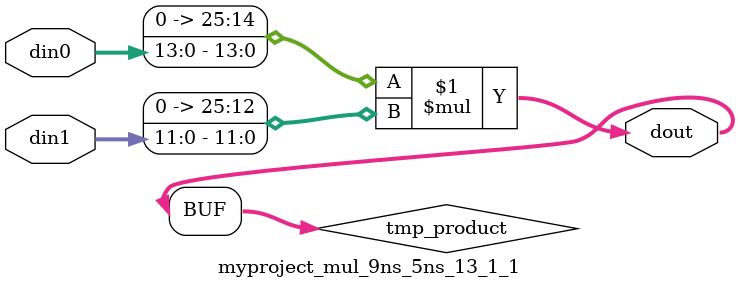
<source format=v>

`timescale 1 ns / 1 ps

 module myproject_mul_9ns_5ns_13_1_1(din0, din1, dout);
parameter ID = 1;
parameter NUM_STAGE = 0;
parameter din0_WIDTH = 14;
parameter din1_WIDTH = 12;
parameter dout_WIDTH = 26;

input [din0_WIDTH - 1 : 0] din0; 
input [din1_WIDTH - 1 : 0] din1; 
output [dout_WIDTH - 1 : 0] dout;

wire signed [dout_WIDTH - 1 : 0] tmp_product;
























assign tmp_product = $signed({1'b0, din0}) * $signed({1'b0, din1});











assign dout = tmp_product;





















endmodule

</source>
